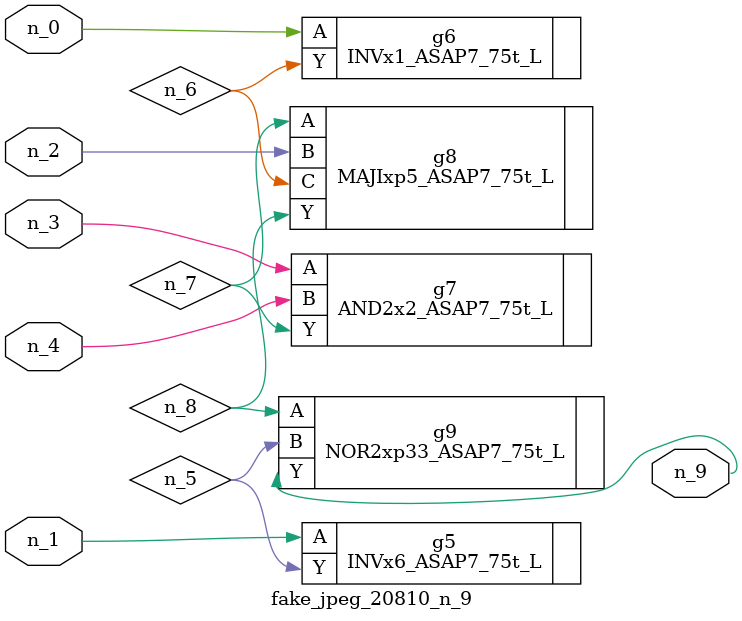
<source format=v>
module fake_jpeg_20810_n_9 (n_3, n_2, n_1, n_0, n_4, n_9);

input n_3;
input n_2;
input n_1;
input n_0;
input n_4;

output n_9;

wire n_8;
wire n_6;
wire n_5;
wire n_7;

INVx6_ASAP7_75t_L g5 ( 
.A(n_1),
.Y(n_5)
);

INVx1_ASAP7_75t_L g6 ( 
.A(n_0),
.Y(n_6)
);

AND2x2_ASAP7_75t_L g7 ( 
.A(n_3),
.B(n_4),
.Y(n_7)
);

MAJIxp5_ASAP7_75t_L g8 ( 
.A(n_7),
.B(n_2),
.C(n_6),
.Y(n_8)
);

NOR2xp33_ASAP7_75t_L g9 ( 
.A(n_8),
.B(n_5),
.Y(n_9)
);


endmodule
</source>
